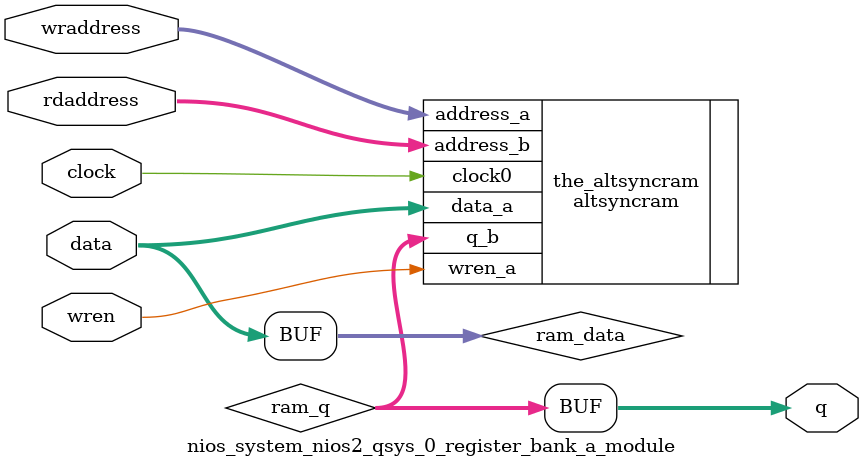
<source format=v>
module nios_system_nios2_qsys_0_register_bank_a_module (
                                                         // inputs:
                                                          clock,
                                                          data,
                                                          rdaddress,
                                                          wraddress,
                                                          wren,
                                                         // outputs:
                                                          q
                                                       )
;
  parameter lpm_file = "UNUSED";
  output  [ 31: 0] q;
  input            clock;
  input   [ 31: 0] data;
  input   [  4: 0] rdaddress;
  input   [  4: 0] wraddress;
  input            wren;
  wire    [ 31: 0] q;
  wire    [ 31: 0] ram_data;
  wire    [ 31: 0] ram_q;
  assign q = ram_q;
  assign ram_data = data;
  altsyncram the_altsyncram
    (
      .address_a (wraddress),
      .address_b (rdaddress),
      .clock0 (clock),
      .data_a (ram_data),
      .q_b (ram_q),
      .wren_a (wren)
    );
  defparam the_altsyncram.address_reg_b = "CLOCK0",
           the_altsyncram.init_file = lpm_file,
           the_altsyncram.maximum_depth = 0,
           the_altsyncram.numwords_a = 32,
           the_altsyncram.numwords_b = 32,
           the_altsyncram.operation_mode = "DUAL_PORT",
           the_altsyncram.outdata_reg_b = "UNREGISTERED",
           the_altsyncram.ram_block_type = "AUTO",
           the_altsyncram.rdcontrol_reg_b = "CLOCK0",
           the_altsyncram.read_during_write_mode_mixed_ports = "DONT_CARE",
           the_altsyncram.width_a = 32,
           the_altsyncram.width_b = 32,
           the_altsyncram.widthad_a = 5,
           the_altsyncram.widthad_b = 5;
endmodule
</source>
